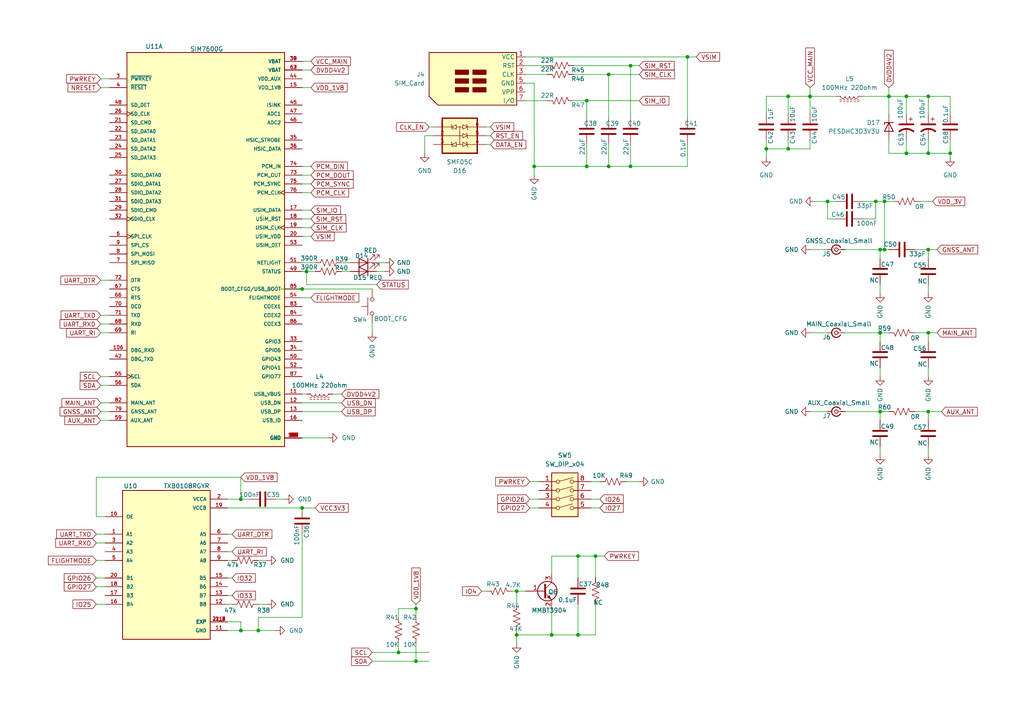
<source format=kicad_sch>
(kicad_sch (version 20231120) (generator "eeschema") (generator_version "8.0")
  (paper "A4")
  (title_block (title "TrackSense") (date "2024-05-07") (rev "BETA_1.0") (company "DFC - Cegep Ste-Foy"))
  (junction (at 69.85 144.78))
  (junction (at 256.54 72.39))
  (junction (at 87.63 147.32))
  (junction (at 234.95 27.94))
  (junction (at 172.72 161.29))
  (junction (at 269.24 119.38))
  (junction (at 269.24 72.39))
  (junction (at 255.27 72.39))
  (junction (at 256.54 58.42))
  (junction (at 149.86 184.15))
  (junction (at 228.6 43.18))
  (junction (at 88.9 78.74))
  (junction (at 69.85 182.88))
  (junction (at 170.18 29.21))
  (junction (at 154.94 48.26))
  (junction (at 149.86 171.45))
  (junction (at 240.03 58.42))
  (junction (at 87.63 83.82))
  (junction (at 199.39 16.51))
  (junction (at 170.18 48.26))
  (junction (at 120.65 176.53))
  (junction (at 255.27 96.52))
  (junction (at 228.6 27.94))
  (junction (at 275.59 44.45))
  (junction (at 262.89 44.45))
  (junction (at 167.64 161.29))
  (junction (at 269.24 96.52))
  (junction (at 254 58.42))
  (junction (at 167.64 184.15))
  (junction (at 255.27 119.38))
  (junction (at 160.02 184.15))
  (junction (at 182.88 48.26))
  (junction (at 269.24 27.94))
  (junction (at 257.81 27.94))
  (junction (at 269.24 44.45))
  (junction (at 262.89 27.94))
  (junction (at 176.53 21.59))
  (junction (at 120.65 191.77))
  (junction (at 74.93 182.88))
  (junction (at 182.88 19.05))
  (junction (at 176.53 48.26))
  (junction (at 222.25 43.18))
  (junction (at 115.57 189.23))
  (wire (pts (xy 199.39 48.26) (xy 182.88 48.26)))
  (wire (pts (xy 152.4 21.59) (xy 158.75 21.59)))
  (wire (pts (xy 172.72 184.15) (xy 167.64 184.15)))
  (wire (pts (xy 269.24 96.52) (xy 271.78 96.52)))
  (wire (pts (xy 154.94 50.8) (xy 154.94 48.26)))
  (wire (pts (xy 236.22 58.42) (xy 240.03 58.42)))
  (wire (pts (xy 256.54 72.39) (xy 257.81 72.39)))
  (wire (pts (xy 222.25 40.64) (xy 222.25 43.18)))
  (wire (pts (xy 228.6 27.94) (xy 228.6 33.02)))
  (wire (pts (xy 167.64 184.15) (xy 160.02 184.15)))
  (wire (pts (xy 29.21 25.4) (xy 31.75 25.4)))
  (wire (pts (xy 245.11 96.52) (xy 255.27 96.52)))
  (wire (pts (xy 255.27 82.55) (xy 255.27 85.09)))
  (wire (pts (xy 182.88 19.05) (xy 185.42 19.05)))
  (wire (pts (xy 176.53 21.59) (xy 176.53 34.29)))
  (wire (pts (xy 160.02 161.29) (xy 167.64 161.29)))
  (wire (pts (xy 69.85 182.88) (xy 74.93 182.88)))
  (wire (pts (xy 176.53 48.26) (xy 170.18 48.26)))
  (wire (pts (xy 115.57 189.23) (xy 124.46 189.23)))
  (wire (pts (xy 257.81 25.4) (xy 257.81 27.94)))
  (wire (pts (xy 265.43 96.52) (xy 269.24 96.52)))
  (wire (pts (xy 154.94 24.13) (xy 152.4 24.13)))
  (wire (pts (xy 255.27 96.52) (xy 257.81 96.52)))
  (wire (pts (xy 172.72 161.29) (xy 172.72 167.64)))
  (wire (pts (xy 266.7 58.42) (xy 270.51 58.42)))
  (wire (pts (xy 222.25 43.18) (xy 228.6 43.18)))
  (wire (pts (xy 172.72 175.26) (xy 172.72 184.15)))
  (wire (pts (xy 269.24 72.39) (xy 271.78 72.39)))
  (wire (pts (xy 69.85 138.43) (xy 69.85 144.78)))
  (wire (pts (xy 69.85 180.34) (xy 69.85 182.88)))
  (wire (pts (xy 228.6 43.18) (xy 234.95 43.18)))
  (wire (pts (xy 222.25 33.02) (xy 222.25 27.94)))
  (wire (pts (xy 262.89 40.64) (xy 262.89 44.45)))
  (wire (pts (xy 87.63 179.07) (xy 74.93 179.07)))
  (wire (pts (xy 88.9 78.74) (xy 91.44 78.74)))
  (wire (pts (xy 171.45 144.78) (xy 173.99 144.78)))
  (wire (pts (xy 262.89 27.94) (xy 262.89 33.02)))
  (wire (pts (xy 27.94 157.48) (xy 30.48 157.48)))
  (wire (pts (xy 254 63.5) (xy 254 58.42)))
  (wire (pts (xy 120.65 191.77) (xy 107.95 191.77)))
  (wire (pts (xy 120.65 191.77) (xy 124.46 191.77)))
  (wire (pts (xy 255.27 96.52) (xy 255.27 99.06)))
  (wire (pts (xy 149.86 171.45) (xy 152.4 171.45)))
  (wire (pts (xy 149.86 182.88) (xy 149.86 184.15)))
  (wire (pts (xy 87.63 55.88) (xy 90.17 55.88)))
  (wire (pts (xy 166.37 29.21) (xy 170.18 29.21)))
  (wire (pts (xy 87.63 83.82) (xy 107.95 83.82)))
  (wire (pts (xy 269.24 119.38) (xy 269.24 121.92)))
  (wire (pts (xy 101.6 78.74) (xy 99.06 78.74)))
  (wire (pts (xy 255.27 106.68) (xy 255.27 109.22)))
  (wire (pts (xy 234.95 119.38) (xy 240.03 119.38)))
  (wire (pts (xy 259.08 58.42) (xy 256.54 58.42)))
  (wire (pts (xy 66.04 162.56) (xy 67.31 162.56)))
  (wire (pts (xy 257.81 44.45) (xy 262.89 44.45)))
  (wire (pts (xy 87.63 154.94) (xy 87.63 179.07)))
  (wire (pts (xy 250.19 27.94) (xy 257.81 27.94)))
  (wire (pts (xy 234.95 27.94) (xy 242.57 27.94)))
  (wire (pts (xy 148.59 171.45) (xy 149.86 171.45)))
  (wire (pts (xy 181.61 139.7) (xy 185.42 139.7)))
  (wire (pts (xy 201.93 16.51) (xy 199.39 16.51)))
  (wire (pts (xy 66.04 144.78) (xy 69.85 144.78)))
  (wire (pts (xy 153.67 147.32) (xy 156.21 147.32)))
  (wire (pts (xy 87.63 76.2) (xy 91.44 76.2)))
  (wire (pts (xy 87.63 25.4) (xy 90.17 25.4)))
  (wire (pts (xy 29.21 116.84) (xy 31.75 116.84)))
  (wire (pts (xy 149.86 184.15) (xy 149.86 186.69)))
  (wire (pts (xy 87.63 17.78) (xy 90.17 17.78)))
  (wire (pts (xy 29.21 119.38) (xy 31.75 119.38)))
  (wire (pts (xy 182.88 48.26) (xy 176.53 48.26)))
  (wire (pts (xy 166.37 19.05) (xy 182.88 19.05)))
  (wire (pts (xy 182.88 41.91) (xy 182.88 48.26)))
  (wire (pts (xy 170.18 48.26) (xy 154.94 48.26)))
  (wire (pts (xy 80.01 144.78) (xy 82.55 144.78)))
  (wire (pts (xy 176.53 21.59) (xy 185.42 21.59)))
  (wire (pts (xy 199.39 16.51) (xy 199.39 34.29)))
  (wire (pts (xy 123.19 39.37) (xy 123.19 44.45)))
  (wire (pts (xy 66.04 175.26) (xy 67.31 175.26)))
  (wire (pts (xy 160.02 176.53) (xy 160.02 184.15)))
  (wire (pts (xy 27.94 149.86) (xy 27.94 138.43)))
  (wire (pts (xy 275.59 33.02) (xy 275.59 27.94)))
  (wire (pts (xy 107.95 93.98) (xy 107.95 96.52)))
  (wire (pts (xy 275.59 44.45) (xy 275.59 45.72)))
  (wire (pts (xy 111.76 78.74) (xy 109.22 78.74)))
  (wire (pts (xy 171.45 147.32) (xy 173.99 147.32)))
  (wire (pts (xy 29.21 96.52) (xy 31.75 96.52)))
  (wire (pts (xy 87.63 66.04) (xy 90.17 66.04)))
  (wire (pts (xy 166.37 21.59) (xy 176.53 21.59)))
  (wire (pts (xy 87.63 116.84) (xy 99.06 116.84)))
  (wire (pts (xy 234.95 25.4) (xy 234.95 27.94)))
  (wire (pts (xy 167.64 161.29) (xy 172.72 161.29)))
  (wire (pts (xy 269.24 40.64) (xy 269.24 44.45)))
  (wire (pts (xy 29.21 22.86) (xy 31.75 22.86)))
  (wire (pts (xy 257.81 27.94) (xy 257.81 33.02)))
  (wire (pts (xy 115.57 179.07) (xy 115.57 176.53)))
  (wire (pts (xy 120.65 176.53) (xy 120.65 179.07)))
  (wire (pts (xy 222.25 27.94) (xy 228.6 27.94)))
  (wire (pts (xy 167.64 161.29) (xy 167.64 167.64)))
  (wire (pts (xy 87.63 127) (xy 95.25 127)))
  (wire (pts (xy 255.27 119.38) (xy 255.27 121.92)))
  (wire (pts (xy 234.95 40.64) (xy 234.95 43.18)))
  (wire (pts (xy 257.81 40.64) (xy 257.81 44.45)))
  (wire (pts (xy 170.18 29.21) (xy 185.42 29.21)))
  (wire (pts (xy 96.52 114.3) (xy 99.06 114.3)))
  (wire (pts (xy 87.63 50.8) (xy 90.17 50.8)))
  (wire (pts (xy 269.24 27.94) (xy 275.59 27.94)))
  (wire (pts (xy 199.39 16.51) (xy 152.4 16.51)))
  (wire (pts (xy 111.76 76.2) (xy 109.22 76.2)))
  (wire (pts (xy 81.28 83.82) (xy 87.63 83.82)))
  (wire (pts (xy 250.19 63.5) (xy 254 63.5)))
  (wire (pts (xy 269.24 72.39) (xy 269.24 74.93)))
  (wire (pts (xy 142.24 39.37) (xy 140.97 39.37)))
  (wire (pts (xy 87.63 86.36) (xy 90.17 86.36)))
  (wire (pts (xy 87.63 68.58) (xy 90.17 68.58)))
  (wire (pts (xy 269.24 96.52) (xy 269.24 99.06)))
  (wire (pts (xy 265.43 119.38) (xy 269.24 119.38)))
  (wire (pts (xy 139.7 171.45) (xy 140.97 171.45)))
  (wire (pts (xy 115.57 189.23) (xy 107.95 189.23)))
  (wire (pts (xy 275.59 40.64) (xy 275.59 44.45)))
  (wire (pts (xy 74.93 179.07) (xy 74.93 182.88)))
  (wire (pts (xy 87.63 60.96) (xy 90.17 60.96)))
  (wire (pts (xy 269.24 129.54) (xy 269.24 132.08)))
  (wire (pts (xy 101.6 76.2) (xy 99.06 76.2)))
  (wire (pts (xy 74.93 182.88) (xy 80.01 182.88)))
  (wire (pts (xy 199.39 41.91) (xy 199.39 48.26)))
  (wire (pts (xy 167.64 175.26) (xy 167.64 184.15)))
  (wire (pts (xy 27.94 154.94) (xy 30.48 154.94)))
  (wire (pts (xy 87.63 53.34) (xy 90.17 53.34)))
  (wire (pts (xy 125.73 39.37) (xy 123.19 39.37)))
  (wire (pts (xy 66.04 180.34) (xy 69.85 180.34)))
  (wire (pts (xy 125.73 36.83) (xy 124.46 36.83)))
  (wire (pts (xy 27.94 138.43) (xy 69.85 138.43)))
  (wire (pts (xy 256.54 58.42) (xy 256.54 72.39)))
  (wire (pts (xy 29.21 121.92) (xy 31.75 121.92)))
  (wire (pts (xy 269.24 27.94) (xy 269.24 33.02)))
  (wire (pts (xy 109.22 82.55) (xy 88.9 82.55)))
  (wire (pts (xy 257.81 27.94) (xy 262.89 27.94)))
  (wire (pts (xy 255.27 72.39) (xy 255.27 74.93)))
  (wire (pts (xy 234.95 72.39) (xy 240.03 72.39)))
  (wire (pts (xy 255.27 129.54) (xy 255.27 132.08)))
  (wire (pts (xy 29.21 81.28) (xy 31.75 81.28)))
  (wire (pts (xy 154.94 48.26) (xy 154.94 24.13)))
  (wire (pts (xy 27.94 149.86) (xy 30.48 149.86)))
  (wire (pts (xy 242.57 63.5) (xy 240.03 63.5)))
  (wire (pts (xy 269.24 106.68) (xy 269.24 109.22)))
  (wire (pts (xy 176.53 41.91) (xy 176.53 48.26)))
  (wire (pts (xy 27.94 162.56) (xy 30.48 162.56)))
  (wire (pts (xy 87.63 63.5) (xy 90.17 63.5)))
  (wire (pts (xy 87.63 20.32) (xy 90.17 20.32)))
  (wire (pts (xy 66.04 147.32) (xy 87.63 147.32)))
  (wire (pts (xy 87.63 48.26) (xy 90.17 48.26)))
  (wire (pts (xy 69.85 144.78) (xy 72.39 144.78)))
  (wire (pts (xy 142.24 36.83) (xy 140.97 36.83)))
  (wire (pts (xy 66.04 182.88) (xy 69.85 182.88)))
  (wire (pts (xy 29.21 93.98) (xy 31.75 93.98)))
  (wire (pts (xy 29.21 91.44) (xy 31.75 91.44)))
  (wire (pts (xy 27.94 167.64) (xy 30.48 167.64)))
  (wire (pts (xy 256.54 58.42) (xy 254 58.42)))
  (wire (pts (xy 262.89 44.45) (xy 269.24 44.45)))
  (wire (pts (xy 269.24 119.38) (xy 273.05 119.38)))
  (wire (pts (xy 66.04 160.02) (xy 67.31 160.02)))
  (wire (pts (xy 29.21 111.76) (xy 31.75 111.76)))
  (wire (pts (xy 87.63 78.74) (xy 88.9 78.74)))
  (wire (pts (xy 245.11 72.39) (xy 255.27 72.39)))
  (wire (pts (xy 66.04 167.64) (xy 67.31 167.64)))
  (wire (pts (xy 240.03 58.42) (xy 242.57 58.42)))
  (wire (pts (xy 27.94 175.26) (xy 30.48 175.26)))
  (wire (pts (xy 120.65 186.69) (xy 120.65 191.77)))
  (wire (pts (xy 222.25 43.18) (xy 222.25 45.72)))
  (wire (pts (xy 255.27 72.39) (xy 256.54 72.39)))
  (wire (pts (xy 228.6 40.64) (xy 228.6 43.18)))
  (wire (pts (xy 153.67 144.78) (xy 156.21 144.78)))
  (wire (pts (xy 255.27 119.38) (xy 257.81 119.38)))
  (wire (pts (xy 29.21 109.22) (xy 31.75 109.22)))
  (wire (pts (xy 160.02 166.37) (xy 160.02 161.29)))
  (wire (pts (xy 66.04 172.72) (xy 67.31 172.72)))
  (wire (pts (xy 152.4 19.05) (xy 158.75 19.05)))
  (wire (pts (xy 27.94 170.18) (xy 30.48 170.18)))
  (wire (pts (xy 88.9 78.74) (xy 88.9 82.55)))
  (wire (pts (xy 265.43 72.39) (xy 269.24 72.39)))
  (wire (pts (xy 240.03 63.5) (xy 240.03 58.42)))
  (wire (pts (xy 149.86 171.45) (xy 149.86 175.26)))
  (wire (pts (xy 170.18 29.21) (xy 170.18 34.29)))
  (wire (pts (xy 234.95 27.94) (xy 234.95 33.02)))
  (wire (pts (xy 182.88 19.05) (xy 182.88 34.29)))
  (wire (pts (xy 170.18 41.91) (xy 170.18 48.26)))
  (wire (pts (xy 74.93 162.56) (xy 77.47 162.56)))
  (wire (pts (xy 245.11 119.38) (xy 255.27 119.38)))
  (wire (pts (xy 172.72 161.29) (xy 175.26 161.29)))
  (wire (pts (xy 74.93 175.26) (xy 77.47 175.26)))
  (wire (pts (xy 250.19 58.42) (xy 254 58.42)))
  (wire (pts (xy 115.57 186.69) (xy 115.57 189.23)))
  (wire (pts (xy 228.6 27.94) (xy 234.95 27.94)))
  (wire (pts (xy 234.95 96.52) (xy 240.03 96.52)))
  (wire (pts (xy 142.24 41.91) (xy 140.97 41.91)))
  (wire (pts (xy 152.4 29.21) (xy 158.75 29.21)))
  (wire (pts (xy 87.63 114.3) (xy 88.9 114.3)))
  (wire (pts (xy 171.45 139.7) (xy 173.99 139.7)))
  (wire (pts (xy 115.57 176.53) (xy 120.65 176.53)))
  (wire (pts (xy 87.63 119.38) (xy 99.06 119.38)))
  (wire (pts (xy 66.04 154.94) (xy 67.31 154.94)))
  (wire (pts (xy 120.65 175.26) (xy 120.65 176.53)))
  (wire (pts (xy 153.67 139.7) (xy 156.21 139.7)))
  (wire (pts (xy 149.86 184.15) (xy 160.02 184.15)))
  (wire (pts (xy 269.24 82.55) (xy 269.24 85.09)))
  (wire (pts (xy 87.63 147.32) (xy 91.44 147.32)))
  (wire (pts (xy 262.89 27.94) (xy 269.24 27.94)))
  (wire (pts (xy 269.24 44.45) (xy 275.59 44.45)))
  (global_label "IO26" (shape input) (at 173.99 144.78 0) (property "Intersheetrefs" "${INTERSHEET_REFS}" (effects (hide yes))))
  (global_label "UART_DTR" (shape input) (at 29.21 81.28 180) (property "Intersheetrefs" "${INTERSHEET_REFS}" (effects (hide yes))))
  (global_label "STATUS" (shape input) (at 109.22 82.55 0) (property "Intersheetrefs" "${INTERSHEET_REFS}" (effects (hide yes))))
  (global_label "SDA" (shape input) (at 29.21 111.76 180) (property "Intersheetrefs" "${INTERSHEET_REFS}" (effects (hide yes))))
  (global_label "GPIO26" (shape input) (at 27.94 167.64 180) (property "Intersheetrefs" "${INTERSHEET_REFS}" (effects (hide yes))))
  (global_label "SIM_RST" (shape input) (at 185.42 19.05 0) (property "Intersheetrefs" "${INTERSHEET_REFS}" (effects (hide yes))))
  (global_label "PCM_SYNC" (shape input) (at 90.17 53.34 0) (property "Intersheetrefs" "${INTERSHEET_REFS}" (effects (hide yes))))
  (global_label "USB_DN" (shape input) (at 99.06 116.84 0) (property "Intersheetrefs" "${INTERSHEET_REFS}" (effects (hide yes))))
  (global_label "UART_RXD" (shape input) (at 29.21 93.98 180) (property "Intersheetrefs" "${INTERSHEET_REFS}" (effects (hide yes))))
  (global_label "SIM_CLK" (shape input) (at 90.17 66.04 0) (property "Intersheetrefs" "${INTERSHEET_REFS}" (effects (hide yes))))
  (global_label "DVDD4V2" (shape input) (at 90.17 20.32 0) (property "Intersheetrefs" "${INTERSHEET_REFS}" (effects (hide yes))))
  (global_label "IO4" (shape input) (at 139.7 171.45 180) (property "Intersheetrefs" "${INTERSHEET_REFS}" (effects (hide yes))))
  (global_label "UART_RXD" (shape input) (at 27.94 157.48 180) (property "Intersheetrefs" "${INTERSHEET_REFS}" (effects (hide yes))))
  (global_label "VCC_MAIN" (shape input) (at 90.17 17.78 0) (property "Intersheetrefs" "${INTERSHEET_REFS}" (effects (hide yes))))
  (global_label "GNSS_ANT" (shape input) (at 271.78 72.39 0) (property "Intersheetrefs" "${INTERSHEET_REFS}" (effects (hide yes))))
  (global_label "VDD_1V8" (shape input) (at 90.17 25.4 0) (property "Intersheetrefs" "${INTERSHEET_REFS}" (effects (hide yes))))
  (global_label "SCL" (shape input) (at 29.21 109.22 180) (property "Intersheetrefs" "${INTERSHEET_REFS}" (effects (hide yes))))
  (global_label "PCM_CLK" (shape input) (at 90.17 55.88 0) (property "Intersheetrefs" "${INTERSHEET_REFS}" (effects (hide yes))))
  (global_label "PWRKEY" (shape input) (at 175.26 161.29 0) (property "Intersheetrefs" "${INTERSHEET_REFS}" (effects (hide yes))))
  (global_label "SIM_IO" (shape input) (at 185.42 29.21 0) (property "Intersheetrefs" "${INTERSHEET_REFS}" (effects (hide yes))))
  (global_label "GNSS_ANT" (shape input) (at 29.21 119.38 180) (property "Intersheetrefs" "${INTERSHEET_REFS}" (effects (hide yes))))
  (global_label "VDD_3V" (shape input) (at 270.51 58.42 0) (property "Intersheetrefs" "${INTERSHEET_REFS}" (effects (hide yes))))
  (global_label "VCC3V3" (shape input) (at 91.44 147.32 0) (property "Intersheetrefs" "${INTERSHEET_REFS}" (effects (hide yes))))
  (global_label "PCM_DOUT" (shape input) (at 90.17 50.8 0) (property "Intersheetrefs" "${INTERSHEET_REFS}" (effects (hide yes))))
  (global_label "SCL" (shape input) (at 107.95 189.23 180) (property "Intersheetrefs" "${INTERSHEET_REFS}" (effects (hide yes))))
  (global_label "VSIM" (shape input) (at 142.24 36.83 0) (property "Intersheetrefs" "${INTERSHEET_REFS}" (effects (hide yes))))
  (global_label "SIM_IO" (shape input) (at 90.17 60.96 0) (property "Intersheetrefs" "${INTERSHEET_REFS}" (effects (hide yes))))
  (global_label "MAIN_ANT" (shape input) (at 271.78 96.52 0) (property "Intersheetrefs" "${INTERSHEET_REFS}" (effects (hide yes))))
  (global_label "VCC_MAIN" (shape input) (at 234.95 25.4 90) (property "Intersheetrefs" "${INTERSHEET_REFS}" (effects (hide yes))))
  (global_label "FLIGHTMODE" (shape input) (at 27.94 162.56 180) (property "Intersheetrefs" "${INTERSHEET_REFS}" (effects (hide yes))))
  (global_label "VDD_1V8" (shape input) (at 120.65 175.26 90) (property "Intersheetrefs" "${INTERSHEET_REFS}" (effects (hide yes))))
  (global_label "SIM_RST" (shape input) (at 90.17 63.5 0) (property "Intersheetrefs" "${INTERSHEET_REFS}" (effects (hide yes))))
  (global_label "DVDD4V2" (shape input) (at 99.06 114.3 0) (property "Intersheetrefs" "${INTERSHEET_REFS}" (effects (hide yes))))
  (global_label "AUX_ANT" (shape input) (at 273.05 119.38 0) (property "Intersheetrefs" "${INTERSHEET_REFS}" (effects (hide yes))))
  (global_label "GPIO27" (shape input) (at 153.67 147.32 180) (property "Intersheetrefs" "${INTERSHEET_REFS}" (effects (hide yes))))
  (global_label "UART_TXD" (shape input) (at 27.94 154.94 180) (property "Intersheetrefs" "${INTERSHEET_REFS}" (effects (hide yes))))
  (global_label "SIM_CLK" (shape input) (at 185.42 21.59 0) (property "Intersheetrefs" "${INTERSHEET_REFS}" (effects (hide yes))))
  (global_label "VSIM" (shape input) (at 201.93 16.51 0) (property "Intersheetrefs" "${INTERSHEET_REFS}" (effects (hide yes))))
  (global_label "GPIO27" (shape input) (at 27.94 170.18 180) (property "Intersheetrefs" "${INTERSHEET_REFS}" (effects (hide yes))))
  (global_label "VSIM" (shape input) (at 90.17 68.58 0) (property "Intersheetrefs" "${INTERSHEET_REFS}" (effects (hide yes))))
  (global_label "UART_TXD" (shape input) (at 29.21 91.44 180) (property "Intersheetrefs" "${INTERSHEET_REFS}" (effects (hide yes))))
  (global_label "IO32" (shape input) (at 67.31 167.64 0) (property "Intersheetrefs" "${INTERSHEET_REFS}" (effects (hide yes))))
  (global_label "PCM_DIN" (shape input) (at 90.17 48.26 0) (property "Intersheetrefs" "${INTERSHEET_REFS}" (effects (hide yes))))
  (global_label "UART_RI" (shape input) (at 29.21 96.52 180) (property "Intersheetrefs" "${INTERSHEET_REFS}" (effects (hide yes))))
  (global_label "VDD_1V8" (shape input) (at 69.85 138.43 0) (property "Intersheetrefs" "${INTERSHEET_REFS}" (effects (hide yes))))
  (global_label "PWRKEY" (shape input) (at 153.67 139.7 180) (property "Intersheetrefs" "${INTERSHEET_REFS}" (effects (hide yes))))
  (global_label "RST_EN" (shape input) (at 142.24 39.37 0) (property "Intersheetrefs" "${INTERSHEET_REFS}" (effects (hide yes))))
  (global_label "FLIGHTMODE" (shape input) (at 90.17 86.36 0) (property "Intersheetrefs" "${INTERSHEET_REFS}" (effects (hide yes))))
  (global_label "CLK_EN" (shape input) (at 124.46 36.83 180) (property "Intersheetrefs" "${INTERSHEET_REFS}" (effects (hide yes))))
  (global_label "USB_DP" (shape input) (at 99.06 119.38 0) (property "Intersheetrefs" "${INTERSHEET_REFS}" (effects (hide yes))))
  (global_label "GPIO26" (shape input) (at 153.67 144.78 180) (property "Intersheetrefs" "${INTERSHEET_REFS}" (effects (hide yes))))
  (global_label "PWRKEY" (shape input) (at 29.21 22.86 180) (property "Intersheetrefs" "${INTERSHEET_REFS}" (effects (hide yes))))
  (global_label "UART_RI" (shape input) (at 67.31 160.02 0) (property "Intersheetrefs" "${INTERSHEET_REFS}" (effects (hide yes))))
  (global_label "IO27" (shape input) (at 173.99 147.32 0) (property "Intersheetrefs" "${INTERSHEET_REFS}" (effects (hide yes))))
  (global_label "AUX_ANT" (shape input) (at 29.21 121.92 180) (property "Intersheetrefs" "${INTERSHEET_REFS}" (effects (hide yes))))
  (global_label "IO33" (shape input) (at 67.31 172.72 0) (property "Intersheetrefs" "${INTERSHEET_REFS}" (effects (hide yes))))
  (global_label "MAIN_ANT" (shape input) (at 29.21 116.84 180) (property "Intersheetrefs" "${INTERSHEET_REFS}" (effects (hide yes))))
  (global_label "NRESET" (shape input) (at 29.21 25.4 180) (property "Intersheetrefs" "${INTERSHEET_REFS}" (effects (hide yes))))
  (global_label "DVDD4V2" (shape input) (at 257.81 25.4 90) (property "Intersheetrefs" "${INTERSHEET_REFS}" (effects (hide yes))))
  (global_label "SDA" (shape input) (at 107.95 191.77 180) (property "Intersheetrefs" "${INTERSHEET_REFS}" (effects (hide yes))))
  (global_label "DATA_EN" (shape input) (at 142.24 41.91 0) (property "Intersheetrefs" "${INTERSHEET_REFS}" (effects (hide yes))))
  (global_label "IO25" (shape input) (at 27.94 175.26 180) (property "Intersheetrefs" "${INTERSHEET_REFS}" (effects (hide yes))))
  (global_label "UART_DTR" (shape input) (at 67.31 154.94 0) (property "Intersheetrefs" "${INTERSHEET_REFS}" (effects (hide yes))))
  (symbol (lib_id "Device:R_US") (at 262.89 58.42 270) (mirror x) (unit 1)
    (property "Reference" "R50" (at 257.81 57.15 90))
    (property "Value" "0R" (at 266.7 59.944 90))
    (property "Footprint" "Resistor_SMD:R_0603_1608Metric" (effects (hide yes)))
    (property "Description" "Resistor, US symbol" (effects (hide yes)))
  )
  (symbol (lib_id "Device:C") (at 269.24 102.87 180) (unit 1) (in_bom no) (on_board no)
    (property "Reference" "C56" (at 268.732 101.092 0) (effects (justify left)))
    (property "Value" "NC" (at 268.986 105.664 0) (effects (justify left)))
    (property "Footprint" "Capacitor_SMD:C_0603_1608Metric" (effects (hide yes)))
    (property "Description" "Unpolarized capacitor" (effects (hide yes)))
  )
  (symbol (lib_id "Switch:SW_Push") (at 107.95 88.9 90) (unit 1)
    (property "Reference" "SW4" (at 104.394 92.71 90))
    (property "Value" "BOOT_CFG" (at 113.284 92.456 90))
    (property "Footprint" "Button_Switch_SMD:SW_Push_SPST_NO_Alps_SKRK" (effects (hide yes)))
    (property "Description" "Push button switch, generic, two pins" (effects (hide yes)))
  )
  (symbol (lib_id "power:GND") (at 234.95 119.38 270) (unit 1)
    (property "Reference" "#PWR070" (effects (hide yes)))
    (property "Value" "GND" (at 231.648 119.38 90) (effects (justify right)))
    (property "Description" "Power symbol creates a global label with name \"GND\" , ground" (effects (hide yes)))
  )
  (symbol (lib_id "Device:C") (at 269.24 78.74 180) (unit 1) (in_bom no) (on_board no)
    (property "Reference" "C55" (at 268.732 76.962 0) (effects (justify left)))
    (property "Value" "NC" (at 268.986 81.534 0) (effects (justify left)))
    (property "Footprint" "Capacitor_SMD:C_0603_1608Metric" (effects (hide yes)))
    (property "Description" "Unpolarized capacitor" (effects (hide yes)))
  )
  (symbol (lib_id "power:GND") (at 111.76 78.74 90) (unit 1)
    (property "Reference" "#PWR062" (effects (hide yes)))
    (property "Value" "GND" (at 115.062 78.74 90) (effects (justify right)))
    (property "Description" "Power symbol creates a global label with name \"GND\" , ground" (effects (hide yes)))
  )
  (symbol (lib_id "Device:C") (at 222.25 36.83 0) (unit 1)
    (property "Reference" "C42" (at 223.52 39.878 90))
    (property "Value" "1uF" (at 223.52 33.02 90))
    (property "Footprint" "Capacitor_SMD:C_0603_1608Metric" (effects (hide yes)))
    (property "Description" "Unpolarized capacitor" (effects (hide yes)))
  )
  (symbol (lib_id "Device:L_Ferrite") (at 92.71 114.3 270) (unit 1)
    (property "Reference" "L4" (at 92.71 109.22 90))
    (property "Value" "100MHz 220ohm" (at 92.71 111.76 90))
    (property "Footprint" "Inductor_SMD:L_0805_2012Metric" (effects (hide yes)))
    (property "Description" "Inductor with ferrite core" (effects (hide yes)))
  )
  (symbol (lib_id "Device:C") (at 261.62 72.39 270) (unit 1)
    (property "Reference" "C50" (at 256.286 70.866 90) (effects (justify left)))
    (property "Value" "33pF" (at 263.652 73.66 90) (effects (justify left)))
    (property "Footprint" "Capacitor_SMD:C_0603_1608Metric" (effects (hide yes)))
    (property "Description" "Unpolarized capacitor" (effects (hide yes)))
  )
  (symbol (lib_id "Device:R_US") (at 144.78 171.45 270) (mirror x) (unit 1)
    (property "Reference" "R43" (at 143.002 169.418 90))
    (property "Value" "4.7K" (at 148.844 169.672 90))
    (property "Footprint" "Resistor_SMD:R_0603_1608Metric" (effects (hide yes)))
    (property "Description" "Resistor, US symbol" (effects (hide yes)))
  )
  (symbol (lib_id "power:GND") (at 222.25 45.72 0) (unit 1)
    (property "Reference" "#PWR067" (effects (hide yes)))
    (property "Value" "GND" (at 222.25 50.8 0))
    (property "Description" "Power symbol creates a global label with name \"GND\" , ground" (effects (hide yes)))
  )
  (symbol (lib_id "power:GND") (at 149.86 186.69 0) (unit 1)
    (property "Reference" "#PWR064" (effects (hide yes)))
    (property "Value" "GND" (at 149.86 189.992 90) (effects (justify right)))
    (property "Description" "Power symbol creates a global label with name \"GND\" , ground" (effects (hide yes)))
  )
  (symbol (lib_id "Device:C") (at 246.38 63.5 270) (unit 1)
    (property "Reference" "C46" (at 241.046 62.23 90) (effects (justify left)))
    (property "Value" "100nF" (at 248.412 64.77 90) (effects (justify left)))
    (property "Footprint" "Capacitor_SMD:C_0603_1608Metric" (effects (hide yes)))
    (property "Description" "Unpolarized capacitor" (effects (hide yes)))
  )
  (symbol (lib_id "power:GND") (at 255.27 85.09 0) (unit 1)
    (property "Reference" "#PWR072" (effects (hide yes)))
    (property "Value" "GND" (at 255.27 88.392 90) (effects (justify right)))
    (property "Description" "Power symbol creates a global label with name \"GND\" , ground" (effects (hide yes)))
  )
  (symbol (lib_id "power:GND") (at 234.95 96.52 270) (unit 1)
    (property "Reference" "#PWR069" (effects (hide yes)))
    (property "Value" "GND" (at 231.648 96.52 90) (effects (justify right)))
    (property "Description" "Power symbol creates a global label with name \"GND\" , ground" (effects (hide yes)))
  )
  (symbol (lib_id "Device:C") (at 170.18 38.1 180) (unit 1)
    (property "Reference" "C38" (at 173.228 35.814 0) (effects (justify left)))
    (property "Value" "22uF" (at 168.91 40.132 90) (effects (justify left)))
    (property "Footprint" "Capacitor_SMD:C_0603_1608Metric" (effects (hide yes)))
    (property "Description" "Unpolarized capacitor" (effects (hide yes)))
  )
  (symbol (lib_id "SMF05CT1G:SMF05CT1G") (at 133.35 39.37 0) (unit 1)
    (property "Reference" "D16" (at 133.35 49.53 0))
    (property "Value" "SMF05C" (at 133.35 46.99 0))
    (property "Footprint" "KicadLib:SOT65P210X110-6N" (effects (hide yes)))
    (property "Description" "SMF05C Series 7.2 V 100 W 5-Line Transient Voltage Suppressor Array - SC-88" (effects (hide yes)))
    (property "MF" "ON Semiconductor" (effects (hide yes)))
    (property "Purchase-URL" "https://www.snapeda.com/api/url_track_click_mouser/?unipart_id=266365&manufacturer=ON Semiconductor&part_name=SMF05CT1G&search_term=smf05c" (effects (hide yes)))
    (property "Package" "SC-88-6 ON Semiconductor" (effects (hide yes)))
    (property "SnapEDA_Link" "https://www.snapeda.com/parts/SMF05CT1G/Onsemi/view-part/?ref=snap" (effects (hide yes)))
    (property "MP" "SMF05CT1G" (effects (hide yes)))
    (property "Description_1" "\n12.5V Clamp 8A (8/20µs) Ipp Tvs Diode Surface Mount SC-88/SC70-6/SOT-363\n" (effects (hide yes)))
    (property "Check_prices" "https://www.snapeda.com/parts/SMF05CT1G/Onsemi/view-part/?ref=eda" (effects (hide yes)))
    (property "PACKAGE" "SOT-363 ON Semiconductor" (effects (hide yes)))
    (property "PRICE" "None" (effects (hide yes)))
    (property "STANDARD" "IPC7351B" (effects (hide yes)))
    (property "Availability" "In Stock" (effects (hide yes)))
    (property "Price" "None" (effects (hide yes)))
    (property "MANUFACTURER" "ON Semiconductor" (effects (hide yes)))
  )
  (symbol (lib_id "power:GND") (at 111.76 76.2 90) (unit 1)
    (property "Reference" "#PWR061" (effects (hide yes)))
    (property "Value" "GND" (at 115.062 76.2 90) (effects (justify right)))
    (property "Description" "Power symbol creates a global label with name \"GND\" , ground" (effects (hide yes)))
  )
  (symbol (lib_id "Connector:Conn_Coaxial_Small") (at 242.57 119.38 180) (unit 1)
    (property "Reference" "J7" (at 239.776 120.65 0))
    (property "Value" "AUX_Coaxial_Small" (at 243.332 116.84 0))
    (property "Footprint" "Connector_Coaxial:U.FL_Molex_MCRF_73412-0110_Vertical" (effects (hide yes)))
    (property "Datasheet" " ~" (effects (hide yes)))
    (property "Description" "small coaxial connector (BNC, SMA, SMB, SMC, Cinch/RCA, LEMO, ...)" (effects (hide yes)))
  )
  (symbol (lib_id "Device:C_Polarized_US") (at 262.89 36.83 0) (mirror y) (unit 1)
    (property "Reference" "C53" (at 261.366 42.418 90) (effects (justify left)))
    (property "Value" "100uF" (at 261.112 34.544 90) (effects (justify left)))
    (property "Footprint" "Capacitor_Tantalum_SMD:CP_EIA-1608-08_AVX-J" (effects (hide yes)))
    (property "Description" "Polarized capacitor, US symbol" (effects (hide yes)))
  )
  (symbol (lib_id "Connector:Conn_Coaxial_Small") (at 242.57 96.52 180) (unit 1)
    (property "Reference" "J6" (at 239.776 97.79 0))
    (property "Value" "MAIN_Coaxial_Small" (at 243.332 93.98 0))
    (property "Footprint" "Connector_Coaxial:U.FL_Molex_MCRF_73412-0110_Vertical" (effects (hide yes)))
    (property "Datasheet" " ~" (effects (hide yes)))
    (property "Description" "small coaxial connector (BNC, SMA, SMB, SMC, Cinch/RCA, LEMO, ...)" (effects (hide yes)))
  )
  (symbol (lib_id "Device:C") (at 176.53 38.1 180) (unit 1)
    (property "Reference" "C39" (at 179.578 35.814 0) (effects (justify left)))
    (property "Value" "22uF" (at 175.26 40.132 90) (effects (justify left)))
    (property "Footprint" "Capacitor_SMD:C_0603_1608Metric" (effects (hide yes)))
    (property "Description" "Unpolarized capacitor" (effects (hide yes)))
  )
  (symbol (lib_id "Device:R_US") (at 261.62 119.38 270) (mirror x) (unit 1)
    (property "Reference" "R60" (at 256.54 118.11 90))
    (property "Value" "0R" (at 265.43 120.904 90))
    (property "Footprint" "Resistor_SMD:R_0603_1608Metric" (effects (hide yes)))
    (property "Description" "Resistor, US symbol" (effects (hide yes)))
  )
  (symbol (lib_id "power:GND") (at 154.94 50.8 0) (mirror y) (unit 1)
    (property "Reference" "#PWR065" (effects (hide yes)))
    (property "Value" "GND" (at 154.94 54.102 90) (effects (justify right)))
    (property "Description" "Power symbol creates a global label with name \"GND\" , ground" (effects (hide yes)))
  )
  (symbol (lib_id "Device:R_US") (at 162.56 29.21 90) (mirror x) (unit 1)
    (property "Reference" "R47" (at 167.64 30.48 90))
    (property "Value" "22R" (at 158.75 27.686 90))
    (property "Footprint" "Resistor_SMD:R_0603_1608Metric" (effects (hide yes)))
    (property "Description" "Resistor, US symbol" (effects (hide yes)))
  )
  (symbol (lib_id "Device:R_US") (at 261.62 96.52 270) (mirror x) (unit 1)
    (property "Reference" "R59" (at 256.54 95.25 90))
    (property "Value" "0R" (at 265.43 98.044 90))
    (property "Footprint" "Resistor_SMD:R_0603_1608Metric" (effects (hide yes)))
    (property "Description" "Resistor, US symbol" (effects (hide yes)))
  )
  (symbol (lib_id "power:GND") (at 275.59 45.72 0) (mirror y) (unit 1)
    (property "Reference" "#PWR078" (effects (hide yes)))
    (property "Value" "GND" (at 275.59 50.8 0))
    (property "Description" "Power symbol creates a global label with name \"GND\" , ground" (effects (hide yes)))
  )
  (symbol (lib_id "Device:R_US") (at 149.86 179.07 0) (mirror x) (unit 1)
    (property "Reference" "R44" (at 148.844 175.768 0))
    (property "Value" "47K" (at 149.606 182.372 0))
    (property "Footprint" "Resistor_SMD:R_0603_1608Metric" (effects (hide yes)))
    (property "Description" "Resistor, US symbol" (effects (hide yes)))
  )
  (symbol (lib_id "power:GND") (at 107.95 96.52 0) (unit 1)
    (property "Reference" "#PWR060" (effects (hide yes)))
    (property "Value" "GND" (at 107.95 99.822 90) (effects (justify right)))
    (property "Description" "Power symbol creates a global label with name \"GND\" , ground" (effects (hide yes)))
  )
  (symbol (lib_id "power:GND") (at 185.42 139.7 90) (unit 1)
    (property "Reference" "#PWR066" (effects (hide yes)))
    (property "Value" "GND" (at 188.722 139.7 90) (effects (justify right)))
    (property "Description" "Power symbol creates a global label with name \"GND\" , ground" (effects (hide yes)))
  )
  (symbol (lib_id "Device:R_US") (at 115.57 182.88 180) (unit 1)
    (property "Reference" "R41" (at 113.792 179.07 0))
    (property "Value" "10K" (at 113.792 186.944 0))
    (property "Footprint" "Resistor_SMD:R_0402_1005Metric" (effects (hide yes)))
    (property "Description" "Resistor, US symbol" (effects (hide yes)))
  )
  (symbol (lib_id "Device:R_US") (at 95.25 78.74 270) (unit 1)
    (property "Reference" "R40" (at 99.06 77.724 90))
    (property "Value" "390R" (at 89.662 77.47 90))
    (property "Footprint" "Resistor_SMD:R_0402_1005Metric" (effects (hide yes)))
    (property "Description" "Resistor, US symbol" (effects (hide yes)))
  )
  (symbol (lib_id "Device:R_US") (at 162.56 21.59 90) (mirror x) (unit 1)
    (property "Reference" "R46" (at 167.64 22.86 90))
    (property "Value" "22R" (at 158.75 20.066 90))
    (property "Footprint" "Resistor_SMD:R_0603_1608Metric" (effects (hide yes)))
    (property "Description" "Resistor, US symbol" (effects (hide yes)))
  )
  (symbol (lib_id "Device:R_US") (at 95.25 76.2 270) (unit 1)
    (property "Reference" "R39" (at 99.06 75.184 90))
    (property "Value" "390R" (at 89.662 74.93 90))
    (property "Footprint" "Resistor_SMD:R_0402_1005Metric" (effects (hide yes)))
    (property "Description" "Resistor, US symbol" (effects (hide yes)))
  )
  (symbol (lib_id "Device:C") (at 182.88 38.1 180) (unit 1)
    (property "Reference" "C40" (at 185.928 35.814 0) (effects (justify left)))
    (property "Value" "22uF" (at 181.61 40.132 90) (effects (justify left)))
    (property "Footprint" "Capacitor_SMD:C_0603_1608Metric" (effects (hide yes)))
    (property "Description" "Unpolarized capacitor" (effects (hide yes)))
  )
  (symbol (lib_id "SIM7600G:SIM7600G") (at 59.69 71.12 0) (unit 1)
    (property "Reference" "U11" (at 44.704 13.462 0))
    (property "Value" "SIM7600G" (at 59.944 14.224 0))
    (property "Footprint" "KicadLib:IC_SIM7600G" (effects (hide yes)))
    (property "Description" "LTE Cat-4 Module" (effects (hide yes)))
    (property "MF" "Simcom" (effects (hide yes)))
    (property "PACKAGE" "Package Analog Devices" (effects (hide yes)))
    (property "PRICE" "None" (effects (hide yes)))
    (property "Package" "Package" (effects (hide yes)))
    (property "Check_prices" "https://www.snapeda.com/parts/SIM7600G/SIMcom+Wireless+solutions+Co.%252CLtd/view-part/?ref=eda" (effects (hide yes)))
    (property "Price" "None" (effects (hide yes)))
    (property "SnapEDA_Link" "https://www.snapeda.com/parts/SIM7600G/SIMcom+Wireless+solutions+Co.%252CLtd/view-part/?ref=snap" (effects (hide yes)))
    (property "MP" "SIM7600G" (effects (hide yes)))
    (property "Availability" "In Stock" (effects (hide yes)))
    (property "AVAILABILITY" "Unavailable" (effects (hide yes)))
    (property "Description_1" "\nCellular EDGE, GPRS, GSM, HSPA+, LTE Transceiver Module 850MHz, 900MHz, 1.8GHz, 1.9GHz Antenna Not Included Surface Mount\n" (effects (hide yes)))
  )
  (symbol (lib_id "Connector:Conn_Coaxial_Small") (at 242.57 72.39 180) (unit 1)
    (property "Reference" "J5" (at 239.776 73.66 0))
    (property "Value" "GNSS_Coaxial_Small" (at 243.332 69.85 0))
    (property "Footprint" "Connector_Coaxial:U.FL_Molex_MCRF_73412-0110_Vertical" (effects (hide yes)))
    (property "Datasheet" " ~" (effects (hide yes)))
    (property "Description" "small coaxial connector (BNC, SMA, SMB, SMC, Cinch/RCA, LEMO, ...)" (effects (hide yes)))
  )
  (symbol (lib_id "power:GND") (at 269.24 109.22 0) (unit 1)
    (property "Reference" "#PWR076" (effects (hide yes)))
    (property "Value" "GND" (at 269.24 112.522 90) (effects (justify right)))
    (property "Description" "Power symbol creates a global label with name \"GND\" , ground" (effects (hide yes)))
  )
  (symbol (lib_id "Device:C") (at 275.59 36.83 0) (mirror y) (unit 1)
    (property "Reference" "C58" (at 274.32 39.878 90))
    (property "Value" "0.1uF" (at 274.32 33.02 90))
    (property "Footprint" "Capacitor_SMD:C_0603_1608Metric" (effects (hide yes)))
    (property "Description" "Unpolarized capacitor" (effects (hide yes)))
  )
  (symbol (lib_id "Device:LED") (at 105.41 78.74 180) (unit 1)
    (property "Reference" "D15" (at 104.394 80.518 0))
    (property "Value" "RED" (at 108.966 80.518 0))
    (property "Footprint" "LED_SMD:LED_0603_1608Metric" (effects (hide yes)))
    (property "Description" "Light emitting diode" (effects (hide yes)))
  )
  (symbol (lib_id "Device:C") (at 167.64 171.45 180) (unit 1)
    (property "Reference" "C37" (at 171.704 169.418 0) (effects (justify left)))
    (property "Value" "0.1uF" (at 167.386 173.99 0) (effects (justify left)))
    (property "Footprint" "Capacitor_SMD:C_0603_1608Metric" (effects (hide yes)))
    (property "Description" "Unpolarized capacitor" (effects (hide yes)))
  )
  (symbol (lib_id "Device:C") (at 76.2 144.78 90) (unit 1)
    (property "Reference" "C35" (at 79.248 143.51 90))
    (property "Value" "100nF" (at 72.39 143.51 90))
    (property "Footprint" "Capacitor_SMD:C_0603_1608Metric" (effects (hide yes)))
    (property "Description" "Unpolarized capacitor" (effects (hide yes)))
  )
  (symbol (lib_id "Device:C") (at 246.38 58.42 270) (unit 1)
    (property "Reference" "C45" (at 241.3 57.15 90) (effects (justify left)))
    (property "Value" "33pF" (at 248.412 59.69 90) (effects (justify left)))
    (property "Footprint" "Capacitor_SMD:C_0603_1608Metric" (effects (hide yes)))
    (property "Description" "Unpolarized capacitor" (effects (hide yes)))
  )
  (symbol (lib_id "Transistor_BJT:MMBT3904") (at 157.48 171.45 0) (unit 1)
    (property "Reference" "Q6" (at 159.004 171.704 0) (effects (justify left)))
    (property "Value" "MMBT3904" (at 154.178 177.038 0) (effects (justify left)))
    (property "Footprint" "Package_TO_SOT_SMD:SOT-23" (effects (hide yes)))
    (property "Datasheet" "https://www.onsemi.com/pdf/datasheet/pzt3904-d.pdf" (effects (hide yes)))
    (property "Description" "0.2A Ic, 40V Vce, Small Signal NPN Transistor, SOT-23" (effects (hide yes)))
  )
  (symbol (lib_id "Device:C") (at 199.39 38.1 180) (unit 1)
    (property "Reference" "C41" (at 202.438 35.814 0) (effects (justify left)))
    (property "Value" "0.1uF" (at 198.12 40.132 90) (effects (justify left)))
    (property "Footprint" "Capacitor_SMD:C_0603_1608Metric" (effects (hide yes)))
    (property "Description" "Unpolarized capacitor" (effects (hide yes)))
  )
  (symbol (lib_id "Device:R_US") (at 120.65 182.88 180) (unit 1)
    (property "Reference" "R42" (at 118.872 179.07 0))
    (property "Value" "10K" (at 118.872 186.944 0))
    (property "Footprint" "Resistor_SMD:R_0402_1005Metric" (effects (hide yes)))
    (property "Description" "Resistor, US symbol" (effects (hide yes)))
  )
  (symbol (lib_id "Device:C") (at 269.24 125.73 180) (unit 1) (in_bom no) (on_board no)
    (property "Reference" "C57" (at 268.732 123.952 0) (effects (justify left)))
    (property "Value" "NC" (at 268.986 128.524 0) (effects (justify left)))
    (property "Footprint" "Capacitor_SMD:C_0603_1608Metric" (effects (hide yes)))
    (property "Description" "Unpolarized capacitor" (effects (hide yes)))
  )
  (symbol (lib_id "Device:C") (at 87.63 151.13 0) (unit 1)
    (property "Reference" "C36" (at 88.9 154.178 90))
    (property "Value" "100nF" (at 86.106 155.194 90))
    (property "Footprint" "Capacitor_SMD:C_0603_1608Metric" (effects (hide yes)))
    (property "Description" "Unpolarized capacitor" (effects (hide yes)))
  )
  (symbol (lib_id "Device:C") (at 255.27 102.87 180) (unit 1) (in_bom no) (on_board no)
    (property "Reference" "C48" (at 259.334 100.838 0) (effects (justify left)))
    (property "Value" "NC" (at 255.016 105.41 0) (effects (justify left)))
    (property "Footprint" "Capacitor_SMD:C_0603_1608Metric" (effects (hide yes)))
    (property "Description" "Unpolarized capacitor" (effects (hide yes)))
  )
  (symbol (lib_id "Device:L_Ferrite") (at 246.38 27.94 270) (unit 1)
    (property "Reference" "L5" (at 246.38 22.86 90))
    (property "Value" "100MHz 220ohm" (at 246.38 25.4 90))
    (property "Footprint" "Inductor_SMD:L_0805_2012Metric" (effects (hide yes)))
    (property "Description" "Inductor with ferrite core" (effects (hide yes)))
  )
  (symbol (lib_id "Device:C") (at 228.6 36.83 0) (unit 1)
    (property "Reference" "C43" (at 229.87 39.878 90))
    (property "Value" "10uF" (at 229.87 33.02 90))
    (property "Footprint" "Capacitor_SMD:C_0603_1608Metric" (effects (hide yes)))
    (property "Description" "Unpolarized capacitor" (effects (hide yes)))
  )
  (symbol (lib_id "power:GND") (at 95.25 127 90) (unit 1)
    (property "Reference" "#PWR059" (effects (hide yes)))
    (property "Value" "GND" (at 99.06 126.9999 90) (effects (justify right)))
    (property "Description" "Power symbol creates a global label with name \"GND\" , ground" (effects (hide yes)))
  )
  (symbol (lib_id "power:GND") (at 123.19 44.45 0) (unit 1)
    (property "Reference" "#PWR063" (effects (hide yes)))
    (property "Value" "GND" (at 123.19 49.53 0))
    (property "Description" "Power symbol creates a global label with name \"GND\" , ground" (effects (hide yes)))
  )
  (symbol (lib_id "Device:C") (at 255.27 125.73 180) (unit 1) (in_bom no) (on_board no)
    (property "Reference" "C49" (at 259.334 123.698 0) (effects (justify left)))
    (property "Value" "NC" (at 255.016 128.27 0) (effects (justify left)))
    (property "Footprint" "Capacitor_SMD:C_0603_1608Metric" (effects (hide yes)))
    (property "Description" "Unpolarized capacitor" (effects (hide yes)))
  )
  (symbol (lib_id "Connector:SIM_Card") (at 139.7 24.13 0) (mirror y) (unit 1)
    (property "Reference" "J4" (at 123.19 21.5899 0) (effects (justify left)))
    (property "Value" "SIM_Card" (at 123.19 24.1299 0) (effects (justify left)))
    (property "Footprint" "KicadLib:GCT_SIM8051-6-0-14-00-X-REVD" (effects (hide yes)))
    (property "Datasheet" " ~" (effects (hide yes)))
    (property "Description" "SIM Card" (effects (hide yes)))
  )
  (symbol (lib_id "power:GND") (at 255.27 109.22 0) (unit 1)
    (property "Reference" "#PWR073" (effects (hide yes)))
    (property "Value" "GND" (at 255.27 112.522 90) (effects (justify right)))
    (property "Description" "Power symbol creates a global label with name \"GND\" , ground" (effects (hide yes)))
  )
  (symbol (lib_id "Device:C_Polarized_US") (at 269.24 36.83 0) (mirror y) (unit 1)
    (property "Reference" "C54" (at 267.716 42.418 90) (effects (justify left)))
    (property "Value" "100uF" (at 267.462 34.544 90) (effects (justify left)))
    (property "Footprint" "Capacitor_Tantalum_SMD:CP_EIA-1608-08_AVX-J" (effects (hide yes)))
    (property "Description" "Polarized capacitor, US symbol" (effects (hide yes)))
  )
  (symbol (lib_id "power:GND") (at 269.24 85.09 0) (unit 1)
    (property "Reference" "#PWR075" (effects (hide yes)))
    (property "Value" "GND" (at 269.24 88.392 90) (effects (justify right)))
    (property "Description" "Power symbol creates a global label with name \"GND\" , ground" (effects (hide yes)))
  )
  (symbol (lib_id "power:GND") (at 236.22 58.42 270) (unit 1)
    (property "Reference" "#PWR071" (effects (hide yes)))
    (property "Value" "GND" (at 232.918 58.42 90) (effects (justify right)))
    (property "Description" "Power symbol creates a global label with name \"GND\" , ground" (effects (hide yes)))
  )
  (symbol (lib_id "Device:R_US") (at 177.8 139.7 90) (unit 1)
    (property "Reference" "R49" (at 181.61 137.922 90))
    (property "Value" "10K" (at 173.736 137.922 90))
    (property "Footprint" "Resistor_SMD:R_0402_1005Metric" (effects (hide yes)))
    (property "Description" "Resistor, US symbol" (effects (hide yes)))
  )
  (symbol (lib_id "TXB0108RGYR:TXB0108RGYR") (at 48.26 165.1 0) (unit 1)
    (property "Reference" "U10" (at 37.846 140.97 0))
    (property "Value" "TXB0108RGYR" (at 54.102 140.97 0))
    (property "Footprint" "KicadLib:IC_TXB0108RGYR" (effects (hide yes)))
    (property "Datasheet" "https://www.ti.com/product/TXB0108/part-details/TXB0108RGYR" (effects (hide yes)))
    (property "MF" "Texas Instruments" (effects (hide yes)))
    (property "MAXIMUM_PACKAGE_HEIGHT" "1 mm" (effects (hide yes)))
    (property "Package" "VQFN-20 Texas Instruments" (effects (hide yes)))
    (property "Price" "None" (effects (hide yes)))
    (property "Check_prices" "https://www.snapeda.com/parts/TXB0108RGYR/Texas+Instruments/view-part/?ref=eda" (effects (hide yes)))
    (property "STANDARD" "Manufacturer recommendations" (effects (hide yes)))
    (property "PARTREV" "H" (effects (hide yes)))
    (property "SnapEDA_Link" "https://www.snapeda.com/parts/TXB0108RGYR/Texas+Instruments/view-part/?ref=snap" (effects (hide yes)))
    (property "MP" "TXB0108RGYR" (effects (hide yes)))
    (property "Purchase-URL" "https://www.snapeda.com/api/url_track_click_mouser/?unipart_id=383279&manufacturer=Texas Instruments&part_name=TXB0108RGYR&search_term=txb0108rgyr" (effects (hide yes)))
    (property "Description_1" "\n8-Bit Bidirectional Voltage-Level Shifter with Auto Direction Sensing and +/-15-kV ESD Protect\n" (effects (hide yes)))
    (property "Availability" "In Stock" (effects (hide yes)))
    (property "MANUFACTURER" "Texas Instruments" (effects (hide yes)))
  )
  (symbol (lib_id "power:GND") (at 234.95 72.39 270) (unit 1)
    (property "Reference" "#PWR068" (effects (hide yes)))
    (property "Value" "GND" (at 231.648 72.39 90) (effects (justify right)))
    (property "Description" "Power symbol creates a global label with name \"GND\" , ground" (effects (hide yes)))
  )
  (symbol (lib_id "Device:R_US") (at 172.72 171.45 0) (mirror x) (unit 1) (in_bom no) (on_board no)
    (property "Reference" "R48" (at 174.752 169.672 0))
    (property "Value" "NC" (at 173.482 174.752 0))
    (property "Footprint" "Resistor_SMD:R_0603_1608Metric" (effects (hide yes)))
    (property "Description" "Resistor, US symbol" (effects (hide yes)))
  )
  (symbol (lib_id "power:GND") (at 269.24 132.08 0) (unit 1)
    (property "Reference" "#PWR077" (effects (hide yes)))
    (property "Value" "GND" (at 269.24 135.382 90) (effects (justify right)))
    (property "Description" "Power symbol creates a global label with name \"GND\" , ground" (effects (hide yes)))
  )
  (symbol (lib_id "Device:C") (at 255.27 78.74 180) (unit 1) (in_bom no) (on_board no)
    (property "Reference" "C47" (at 259.334 76.708 0) (effects (justify left)))
    (property "Value" "NC" (at 255.016 81.28 0) (effects (justify left)))
    (property "Footprint" "Capacitor_SMD:C_0603_1608Metric" (effects (hide yes)))
    (property "Description" "Unpolarized capacitor" (effects (hide yes)))
  )
  (symbol (lib_id "power:GND") (at 255.27 132.08 0) (unit 1)
    (property "Reference" "#PWR074" (effects (hide yes)))
    (property "Value" "GND" (at 255.27 135.382 90) (effects (justify right)))
    (property "Description" "Power symbol creates a global label with name \"GND\" , ground" (effects (hide yes)))
  )
  (symbol (lib_id "Device:C") (at 234.95 36.83 0) (unit 1)
    (property "Reference" "C44" (at 236.22 39.878 90))
    (property "Value" "10uF" (at 236.22 33.02 90))
    (property "Footprint" "Capacitor_SMD:C_0603_1608Metric" (effects (hide yes)))
    (property "Description" "Unpolarized capacitor" (effects (hide yes)))
  )
  (symbol (lib_id "power:GND") (at 80.01 182.88 90) (unit 1)
    (property "Reference" "#PWR057" (effects (hide yes)))
    (property "Value" "GND" (at 83.82 182.8799 90) (effects (justify right)))
    (property "Description" "Power symbol creates a global label with name \"GND\" , ground" (effects (hide yes)))
  )
  (symbol (lib_id "Switch:SW_DIP_x04") (at 163.83 144.78 0) (unit 1)
    (property "Reference" "SW5" (at 163.83 132.08 0))
    (property "Value" "SW_DIP_x04" (at 163.83 134.62 0))
    (property "Footprint" "Button_Switch_SMD:SW_DIP_SPSTx04_Slide_Copal_CHS-04A_W5.08mm_P1.27mm_JPin" (effects (hide yes)))
    (property "Description" "4x DIP Switch, Single Pole Single Throw (SPST) switch, small symbol" (effects (hide yes)))
  )
  (symbol (lib_id "power:GND") (at 77.47 175.26 90) (unit 1)
    (property "Reference" "#PWR056" (effects (hide yes)))
    (property "Value" "GND" (at 81.28 175.2599 90) (effects (justify right)))
    (property "Description" "Power symbol creates a global label with name \"GND\" , ground" (effects (hide yes)))
  )
  (symbol (lib_id "Device:R_US") (at 71.12 175.26 90) (unit 1)
    (property "Reference" "R38" (at 76.454 177.038 90))
    (property "Value" "47k" (at 66.802 177.038 90))
    (property "Footprint" "Resistor_SMD:R_0603_1608Metric" (effects (hide yes)))
    (property "Description" "Resistor, US symbol" (effects (hide yes)))
  )
  (symbol (lib_id "Device:LED") (at 105.41 76.2 180) (unit 1)
    (property "Reference" "D14" (at 104.902 74.168 0))
    (property "Value" "RED" (at 107.442 72.644 0))
    (property "Footprint" "LED_SMD:LED_0603_1608Metric" (effects (hide yes)))
    (property "Description" "Light emitting diode" (effects (hide yes)))
  )
  (symbol (lib_id "Device:R_US") (at 71.12 162.56 90) (unit 1)
    (property "Reference" "R37" (at 75.438 163.83 90))
    (property "Value" "47k" (at 67.564 163.83 90))
    (property "Footprint" "Resistor_SMD:R_0603_1608Metric" (effects (hide yes)))
    (property "Description" "Resistor, US symbol" (effects (hide yes)))
  )
  (symbol (lib_id "Device:R_US") (at 162.56 19.05 90) (mirror x) (unit 1)
    (property "Reference" "R45" (at 167.64 20.32 90))
    (property "Value" "22R" (at 158.75 17.526 90))
    (property "Footprint" "Resistor_SMD:R_0603_1608Metric" (effects (hide yes)))
    (property "Description" "Resistor, US symbol" (effects (hide yes)))
  )
  (symbol (lib_id "Diode:ESD5Zxx") (at 257.81 36.83 90) (mirror x) (unit 1)
    (property "Reference" "D17" (at 255.27 35.5599 90) (effects (justify left)))
    (property "Value" "PESDHC3D3V3U" (at 255.27 38.0999 90) (effects (justify left)))
    (property "Footprint" "Diode_SMD:D_SOD-323" (effects (hide yes)))
    (property "Datasheet" "https://www.lcsc.com/datasheet/lcsc_datasheet_2003172139_Shanghai-Prisemi-Elec-PESDHC3D3V3U_C496538.pdf" (effects (hide yes)))
    (property "Description" "ESD Protection Diode, SOD-323" (effects (hide yes)))
  )
  (symbol (lib_id "power:GND") (at 77.47 162.56 90) (unit 1)
    (property "Reference" "#PWR055" (effects (hide yes)))
    (property "Value" "GND" (at 81.28 162.5599 90) (effects (justify right)))
    (property "Description" "Power symbol creates a global label with name \"GND\" , ground" (effects (hide yes)))
  )
  (symbol (lib_id "power:GND") (at 82.55 144.78 90) (unit 1)
    (property "Reference" "#PWR058" (effects (hide yes)))
    (property "Value" "GND" (at 86.36 144.7799 90) (effects (justify right)))
    (property "Description" "Power symbol creates a global label with name \"GND\" , ground" (effects (hide yes)))
  )
)
</source>
